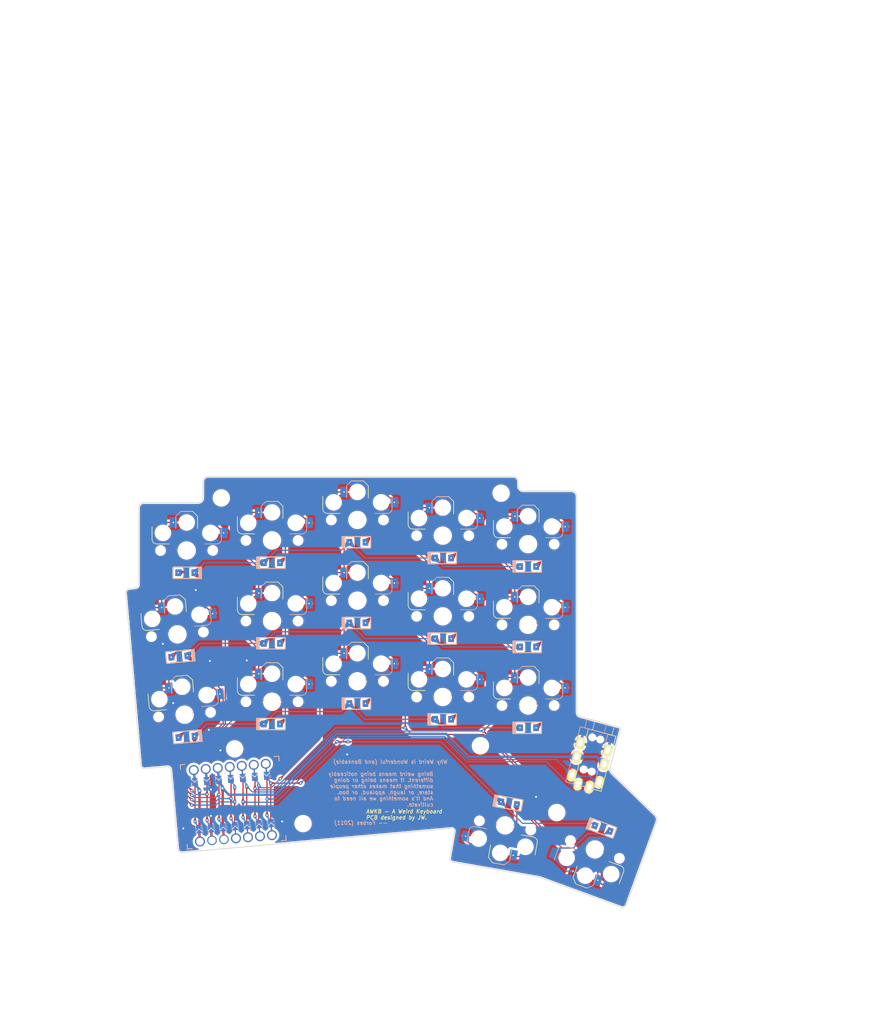
<source format=kicad_pcb>
(kicad_pcb (version 20221018) (generator pcbnew)
  (layers (0 "F.Cu" signal) (31 "B.Cu" signal) (34 "B.Paste" user) (35 "F.Paste" user) (36 "B.SilkS" user "B.Silkscreen") (37 "F.SilkS" user "F.Silkscreen") (38 "B.Mask" user) (39 "F.Mask" user) (44 "Edge.Cuts" user))
  (net 0 "")
  (net 1 "row0")
  (net 2 "row1")
  (net 3 "row2")
  (net 4 "row3")
  (net 5 "Net-(D1-A)")
  (net 6 "Net-(D2-A)")
  (net 7 "Net-(D3-A)")
  (net 8 "Net-(D4-A)")
  (net 9 "Net-(D5-A)")
  (net 10 "Net-(D6-A)")
  (net 11 "GND")
  (net 12 "col0")
  (net 13 "col1")
  (net 14 "col2")
  (net 15 "col3")
  (net 16 "Net-(D7-A)")
  (net 17 "Net-(D8-A)")
  (net 18 "Net-(D9-A)")
  (net 19 "Net-(D10-A)")
  (net 20 "Net-(D11-A)")
  (net 21 "Net-(D12-A)")
  (net 22 "Net-(D13-A)")
  (net 23 "Net-(D14-A)")
  (net 24 "Net-(D15-A)")
  (net 25 "Net-(D16-A)")
  (net 26 "Net-(D17-A)")
  (net 27 "TX")
  (net 28 "RAW")
  (net 29 "col4")
  (net 30 "VCC")
  (net 31 "RX")
  (footprint "jw_custom_footprint:Kailh_Choc_PG1350_Hotswap_reversible" (layer "F.Cu") (at 130.113328 107.786994)
    (fp_text reference "SW12" hide)
    (fp_text value "SW12" hide)
  )
  (footprint "jw_custom_footprint:Diode_SOD123_wo_THT" (layer "F.Cu") (at 166.19 111.488)
    (fp_text reference "D14")
    (fp_text value "D")
  )
  (footprint "jw_custom_footprint:Kailh_Choc_PG1350_Hotswap_reversible" (layer "F.Cu") (at 130.113328 90.787394)
    (fp_text reference "SW7" hide)
    (fp_text value "SW7" hide)
  )
  (footprint "MountingHole:MountingHole_3.2mm_M3" (layer "F.Cu") (at 178.4218 63.833186)
    (fp_text reference "TH1" hide)
    (fp_text value "HOLE")
  )
  (footprint "jw_custom_footprint:Diode_SOD123_wo_THT" (layer "F.Cu") (at 166.19 94.4876)
    (fp_text reference "D9")
    (fp_text value "D")
  )
  (footprint "jw_custom_footprint:Kailh_Choc_PG1350_Hotswap_reversible" (layer "F.Cu") (at 179.259917 133.849177 170)
    (fp_text reference "SW16" hide)
    (fp_text value "SW16" hide)
  )
  (footprint "jw_custom_footprint:Kailh_Choc_PG1350_Hotswap_reversible" (layer "F.Cu") (at 112.113128 75.911104)
    (fp_text reference "SW1" hide)
    (fp_text value "SW1" hide)
  )
  (footprint "jw_custom_footprint:Kailh_Choc_PG1350_Hotswap_reversible" (layer "F.Cu") (at 110.163412 93.585141 5)
    (fp_text reference "SW6" hide)
    (fp_text value "SW6" hide)
  )
  (footprint "jw_custom_footprint:Diode_SOD123_wo_THT" (layer "F.Cu") (at 130.09 112.4874)
    (fp_text reference "D12" hide)
    (fp_text value "D")
  )
  (footprint "jw_custom_footprint:Diode_SOD123_wo_THT" (layer "F.Cu") (at 166.19 77.48764)
    (fp_text reference "D4")
    (fp_text value "D")
  )
  (footprint "MountingHole:MountingHole_3.2mm_M3" (layer "F.Cu") (at 174.053 117.071586)
    (fp_text reference "TH4" hide)
    (fp_text value "HOLE")
  )
  (footprint "jw_custom_footprint:Diode_SOD123_wo_THT" (layer "F.Cu") (at 184.113 96.243586)
    (fp_text reference "D10")
    (fp_text value "D")
  )
  (footprint "jw_custom_footprint:Diode_SOD123_wo_THT" (layer "F.Cu") (at 148.113102 74.17744)
    (fp_text reference "D3")
    (fp_text value "D")
  )
  (footprint "jw_custom_footprint:Diode_SOD123_wo_THT" (layer "F.Cu") (at 184.113 113.287)
    (fp_text reference "D15")
    (fp_text value "D")
  )
  (footprint "MountingHole:MountingHole_3.2mm_M3" (layer "F.Cu") (at 136.6642 133.479986)
    (fp_text reference "TH3" hide)
    (fp_text value "HOLE")
  )
  (footprint "jw_custom_footprint:Kailh_Choc_PG1350_Hotswap_reversible" (layer "F.Cu") (at 198.196291 138.914075 160)
    (fp_text reference "SW17" hide)
    (fp_text value "SW17" hide)
  )
  (footprint "jw_custom_footprint:Xiao THT jumper pad_big_hole_flipped" (layer "F.Cu") (at 121.696502 129.05677 95)
    (fp_text reference "U1" hide)
    (fp_text value "SeeeduinoXIAO")
  )
  (footprint "jw_custom_footprint:Diode_SOD123_wo_THT" (layer "F.Cu") (at 184.113 79.2872)
    (fp_text reference "D5")
    (fp_text value "D")
  )
  (footprint "jw_custom_footprint:Kailh_Choc_PG1350_Hotswap_reversible" (layer "F.Cu") (at 148.112728 103.477194)
    (fp_text reference "SW13" hide)
    (fp_text value "SW13" hide)
  )
  (footprint "MountingHole:MountingHole_3.2mm_M3" (layer "F.Cu") (at 190.1566 131.143186)
    (fp_text reference "TH5" hide)
    (fp_text value "HOLE")
  )
  (footprint "jw_custom_footprint:Diode_SOD123_wo_THT" (layer "F.Cu") (at 199.784612 134.470992 -20)
    (fp_text reference "D17")
    (fp_text value "D")
  )
  (footprint "jw_custom_footprint:Kailh_Choc_PG1350_Hotswap_reversible" (layer "F.Cu") (at 166.112928 72.787234)
    (fp_text reference "SW4" hide)
    (fp_text value "SW4" hide)
  )
  (footprint "jw_custom_footprint:Kailh_Choc_PG1350_Hotswap_reversible" (layer "F.Cu") (at 130.113328 73.787794)
    (fp_text reference "SW2" hide)
    (fp_text value "SW2" hide)
  )
  (footprint "jw_custom_footprint:Kailh_Choc_PG1350_Hotswap_reversible" (layer "F.Cu") (at 184.112626 74.586794)
    (fp_text reference "SW5" hide)
    (fp_text value "SW5" hide)
  )
  (footprint "jw_custom_footprint:Diode_SOD123_wo_THT" (layer "F.Cu") (at 180.061414 129.170876 -10)
    (fp_text reference "D16")
    (fp_text value "D")
  )
  (footprint "jw_custom_footprint:Diode_SOD123_wo_THT" (layer "F.Cu") (at 112.085269 115.194351 -175)
    (fp_text reference "D11")
    (fp_text value "D" hide)
  )
  (footprint "jw_custom_footprint:Diode_SOD123_wo_THT" (layer "F.Cu") (at 130.09 95.4878)
    (fp_text reference "D7")
    (fp_text value "D")
  )
  (footprint "jw_custom_footprint:Diode_SOD123_wo_THT" (layer "F.Cu") (at 110.573469 98.252551 -175)
    (fp_text reference "D6")
    (fp_text value "D")
  )
  (footprint "jw_custom_footprint:Diode_SOD123_wo_THT" (layer "F.Cu") (at 130.09 78.4882)
    (fp_text reference "D2")
    (fp_text value "D")
  )
  (footprint "jw_custom_footprint:Kailh_Choc_PG1350_Hotswap_reversible" (layer "F.Cu") (at 166.112928 106.787594)
    (fp_text reference "SW14" hide)
    (fp_text value "SW14" hide)
  )
  (footprint "jw_custom_footprint:Diode_SOD123_wo_THT" (layer "F.Cu") (at 148.113102 108.1776)
    (fp_text reference "D13")
    (fp_text value "D")
  )
  (footprint "jw_custom_footprint:Diode_SOD123_wo_THT" (layer "F.Cu") (at 112.04 80.61151 180)
    (fp_text reference "D1")
    (fp_text value "D" hide)
  )
  (footprint "MountingHole:MountingHole_3.2mm_M3" (layer "F.Cu") (at 122.237 117.731986)
    (fp_text reference "TH6" hide)
    (fp_text value "HOLE" hide)
  )
  (footprint "jw_custom_footprint:MJ-4PP-9" (layer "F.Cu") (at 199.728199 114.297631 -15)
    (fp_text reference "J1" hide)
    (fp_text value "4PIN" hide)
  )
  (footprint "jw_custom_footprint:Kailh_Choc_PG1350_Hotswap_reversible" (layer "F.Cu") (at 184.112626 108.586594)
    (fp_text reference "SW15" hide)
    (fp_text value "SW15" hide)
  )
  (footprint "jw_custom_footprint:Kailh_Choc_PG1350_Hotswap_reversible" (layer "F.Cu") (at 166.112928 89.787194)
    (fp_text reference "SW9" hide)
    (fp_text value "SW9" hide)
  )
  (footprint "jw_custom_footprint:Diode_SOD123_wo_THT" (layer "F.Cu") (at 148.113102 91.1774)
    (fp_text reference "D8")
    (fp_text value "D")
  )
  (footprint "jw_custom_footprint:Kailh_Choc_PG1350_Hotswap_reversible" (layer "F.Cu") (at 184.112626 91.586594)
    (fp_text reference "SW10" hide)
    (fp_text value "SW10" hide)
  )
  (footprint "jw_custom_image:square_1" (layer "F.Cu") (at 144.102873 128.863277 40)
    (fp_text reference "G***" hide)
    (fp_text value "LOGO" hide)
  )
  (footprint "jw_custom_footprint:Kailh_Choc_PG1350_Hotswap_reversible" (layer "F.Cu") (at 148.112728 69.477034)
    (fp_text reference "SW3" hide)
    (fp_text value "SW3" hide)
  )
  (footprint "MountingHole:MountingHole_3.2mm_M3" (layer "F.Cu") (at 119.4176 64.8396)
    (fp_text reference "TH2" hide)
    (fp_text value "HOLE")
  )
  (footprint "jw_custom_footprint:Kailh_Choc_PG1350_Hotswap_reversible" (layer "F.Cu") (at 148.112728 86.476994)
    (fp_text reference "SW8" hide)
    (fp_text value "SW8" hide)
  )
  (footprint "jw_custom_footprint:Kailh_Choc_PG1350_Hotswap_reversible" (layer "F.Cu") (at 111.677158 110.51284 5)
    (fp_text reference "SW11" hide)
    (fp_text value "SW11" hide)
  )
  (gr_line (start 115.573781 61.449586) (end 115.573781 64.747586) (stroke (width 0.15)) (layer "Edge.Cuts"))
  (gr_line (start 168.603729 135.15435) (end 167.6522 140.642786) (stroke (width 0.15)) (layer "Edge.Cuts"))
  (gr_line (start 201.463327 121.440386) (end 203.5424 113.667986) (stroke (width 0.15)) (layer "Edge.Cuts"))
  (gr_arc (start 167.957 134.445186) (mid 168.448853 134.646114) (end 168.603729 135.15435) (stroke (width 0.15)) (layer "Edge.Cuts"))
  (gr_line (start 99.288321 84.855419) (end 102.441568 121.121781) (stroke (width 0.15)) (layer "Edge.Cuts"))
  (gr_arc (start 115.573781 64.747586) (mid 115.264314 65.548044) (end 114.469085 65.87071) (stroke (width 0.15)) (layer "Edge.Cuts"))
  (gr_line (start 203.7202 151.056786) (end 186.499 144.757586) (stroke (width 0.15)) (layer "Edge.Cuts"))
  (gr_arc (start 193.253473 63.38151) (mid 194.053792 63.700933) (end 194.373378 64.501187) (stroke (width 0.15)) (layer "Edge.Cuts"))
  (gr_line (start 186.499 144.757586) (end 168.211 141.557186) (stroke (width 0.15)) (layer "Edge.Cuts"))
  (gr_line (start 201.8914 122.964386) (end 210.8322 131.600386) (stroke (width 0.15)) (layer "Edge.Cuts"))
  (gr_arc (start 183.1462 63.38151) (mid 182.350975 63.058848) (end 182.041504 62.258386) (stroke (width 0.15)) (layer "Edge.Cuts"))
  (gr_line (start 182.041504 62.258386) (end 182.041504 61.411128) (stroke (width 0.15)) (layer "Edge.Cuts"))
  (gr_arc (start 201.8914 122.964386) (mid 201.436226 122.270118) (end 201.463327 121.440386) (stroke (width 0.15)) (layer "Edge.Cuts"))
  (gr_line (start 101.409 83.817658) (end 99.9358 84.008387) (stroke (width 0.15)) (layer "Edge.Cuts"))
  (gr_line (start 108.8343 122.177772) (end 110.290456 138.811463) (stroke (width 0.15)) (layer "Edge.Cuts"))
  (gr_arc (start 103.2886 121.846786) (mid 102.705159 121.671125) (end 102.441568 121.121781) (stroke (width 0.15)) (layer "Edge.Cuts"))
  (gr_arc (start 115.573781 61.449586) (mid 115.883342 60.649564) (end 116.678477 60.3276) (stroke (width 0.15)) (layer "Edge.Cuts"))
  (gr_line (start 116.678477 60.3276) (end 181.0126 60.3276) (stroke (width 0.15)) (layer "Edge.Cuts"))
  (gr_arc (start 107.964113 121.437999) (mid 108.563102 121.615085) (end 108.8343 122.177772) (stroke (width 0.15)) (layer "Edge.Cuts"))
  (gr_arc (start 181.0126 60.3276) (mid 181.755709 60.652234) (end 182.041504 61.411128) (stroke (width 0.15)) (layer "Edge.Cuts"))
  (gr_arc (start 203.263 113.159986) (mid 203.515804 113.351779) (end 203.5424 113.667986) (stroke (width 0.15)) (layer "Edge.Cuts"))
  (gr_line (start 103.2886 121.846786) (end 107.964113 121.437999) (stroke (width 0.15)) (layer "Edge.Cuts"))
  (gr_line (start 204.8378 150.548786) (end 211.1878 133.124386) (stroke (width 0.15)) (layer "Edge.Cuts"))
  (gr_line (start 203.263 113.159986) (end 195.135 110.975586) (stroke (width 0.15)) (layer "Edge.Cuts"))
  (gr_arc (start 102.034333 66.931986) (mid 102.32083 66.199992) (end 103.0346 65.87071) (stroke (width 0.15)) (layer "Edge.Cuts"))
  (gr_arc (start 204.8378 150.548786) (mid 204.394253 151.056342) (end 203.7202 151.056786) (stroke (width 0.15)) (layer "Edge.Cuts"))
  (gr_arc (start 111.130757 139.553851) (mid 110.55316 139.360882) (end 110.290456 138.811463) (stroke (width 0.15)) (layer "Edge.Cuts"))
  (gr_arc (start 99.288321 84.855419) (mid 99.439036 84.299642) (end 99.9358 84.008387) (stroke (width 0.15)) (layer "Edge.Cuts"))
  (gr_arc (start 195.135 110.975586) (mid 194.575819 110.601221) (end 194.373 109.959586) (stroke (width 0.15)) (layer "Edge.Cuts"))
  (gr_line (start 102.034333 66.931986) (end 102.034333 83.004858) (stroke (width 0.15)) (layer "Edge.Cuts"))
  (gr_arc (start 210.8322 131.600386) (mid 211.249076 132.306602) (end 211.1878 133.124386) (stroke (width 0.15)) (layer "Edge.Cuts"))
  (gr_arc (start 168.211 141.557186) (mid 167.726099 141.225558) (end 167.6522 140.642786) (stroke (width 0.15)) (layer "Edge.Cuts"))
  (gr_arc (start 102.034333 83.004858) (mid 101.869227 83.524786) (end 101.409 83.817658) (stroke (width 0.15)) (layer "Edge.Cuts"))
  (gr_line (start 111.130757 139.553851) (end 167.957 134.445186) (stroke (width 0.15)) (layer "Edge.Cuts"))
  (gr_line (start 183.1462 63.38151) (end 193.253473 63.38151) (stroke (width 0.15)) (layer "Edge.Cuts"))
  (gr_line (start 194.373 64.501187) (end 194.373 109.959586) (stroke (width 0.15)) (layer "Edge.Cuts"))
  (gr_line (start 114.469085 65.87071) (end 103.0346 65.87071) (stroke (width 0.15)) (layer "Edge.Cuts"))
  (gr_text "Why Weird is Wonderful (and Bankable)\n\n	Being weird means being noticeably \n	different. It means being or doing \n	something that makes other people \n	stare, or laugh, applaud, or boo. \n	And it's something we all need to \n	cultivate.\n\n\n				-- Forbes (2011)" (at 167.2458 133.784786) (layer "B.SilkS") (effects (font (size 0.8 0.8) (thickness 0.15) bold italic) (justify left bottom mirror)))
  (gr_text "AWKB - A Weird Keyboard\nPCB designed by JW." (at 149.8722 131.549586) (layer "F.SilkS") (effects (font (size 0.8 0.8) (thickness 0.15) italic) (justify left)))
  (segment (start 116.409333 127.307786) (end 116.409333 125.074825) (width 0.25) (layer "F.Cu") (net 1))
  (segment (start 111.453 121.32639) (end 120.25 112.52939) (width 0.25) (layer "F.Cu") (net 1))
  (segment (start 113.204499 126.520386) (end 111.453 124.768887) (width 0.25) (layer "F.Cu") (net 1))
  (segment (start 116.409333 132.768786) (end 116.409333 127.307786) (width 0.25) (layer "F.Cu") (net 1))
  (segment (start 120.25 112.52939) (end 120.25 87.12151) (width 0.25) (layer "F.Cu") (net 1))
  (segment (start 120.25 87.12151) (end 113.74 80.61151) (width 0.25) (layer "F.Cu") (net 1))
  (segment (start 111.453 124.768887) (end 111.453 121.32639) (width 0.25) (layer "F.Cu") (net 1))
  (via (at 128.39 78.4882) (size 0.7) (drill 0.3) (layers "F.Cu" "B.Cu") (net 1))
  (via (at 113.74 80.61151) (size 0.7) (drill 0.3) (layers "F.Cu" "B.Cu") (net 1))
  (via (at 113.204499 126.520386) (size 0.7) (drill 0.3) (layers "F.Cu" "B.Cu") (net 1))
  (via (at 116.409333 127.307786) (size 0.7) (drill 0.3) (layers "F.Cu" "B.Cu") (net 1))
  (via (at 116.409333 132.768786) (size 0.7) (drill 0.3) (layers "F.Cu" "B.Cu") (net 1))
  (via (at 146.413102 74.17744) (size 0.7) (drill 0.3) (layers "F.Cu" "B.Cu") (net 1))
  (via (at 164.49 77.48764) (size 0.7) (drill 0.3) (layers "F.Cu" "B.Cu") (net 1))
  (via (at 182.413 79.2872) (size 0.7) (drill 0.3) (layers "F.Cu" "B.Cu") (net 1))
  (segment (start 113.991899 127.307786) (end 116.409333 127.307786) (width 0.25) (layer "B.Cu") (net 1))
  (segment (start 144.727748 75.862794) (end 131.015406 75.862794) (width 0.25) (layer "B.Cu") (net 1))
  (segment (start 164.49 77.48764) (end 149.723302 77.48764) (width 0.25) (layer "B.Cu") (net 1))
  (segment (start 149.723302 77.48764) (end 146.413102 74.17744) (width 0.25) (layer "B.Cu") (net 1))
  (segment (start 128.39 78.4882) (end 115.86331 78.4882) (width 0.25) (layer "B.Cu") (net 1))
  (segment (start 116.409333 132.768786) (end 116.409333 133.124546) (width 0.25) (layer "B.Cu") (net 1))
  (segment (start 116.409333 133.124546) (end 117.181115 133.896328) (width 0.25) (layer "B.Cu") (net 1))
  (segment (start 113.204499 126.520386) (end 113.991899 127.307786) (width 0.25) (layer "B.Cu") (net 1))
  (segment (start 166.28956 79.2872) (end 164.49 77.48764) (width 0.25) (layer "B.Cu") (net 1))
  (segment (start 146.413102 74.17744) (end 144.727748 75.862794) (width 0.25) (layer "B.Cu") (net 1))
  (segment (start 131.015406 75.862794) (end 128.39 78.4882) (width 0.25) (layer "B.Cu") (net 1))
  (segment (start 115.86331 78.4882) (end 113.74 80.61151) (width 0.25) (layer "B.Cu") (net 1))
  (segment (start 182.413 79.2872) (end 166.28956 79.2872) (width 0.25) (layer "B.Cu") (net 1))
  (segment (start 118.939668 132.487067) (end 118.939668 124.853449) (width 0.25) (layer "F.Cu") (net 2))
  (segment (start 118.911949 132.514786) (end 118.939668 132.487067) (width 0.25) (layer "F.Cu") (net 2))
  (segment (start 119.8 105.637386) (end 112.267 98.104386) (width 0.25) (layer "F.Cu") (net 2))
  (segment (start 111.003 125.298882) (end 111.003 121.139994) (width 0.25) (layer "F.Cu") (net 2))
  (segment (start 113.204499 127.500381) (end 111.003 125.298882) (width 0.25) (layer "F.Cu") (net 2))
  (segment (start 111.003 121.139994) (end 119.8 112.342994) (width 0.25) (layer "F.Cu") (net 2))
  (segment (start 119.8 112.342994) (end 119.8 105.637386) (width 0.25) (layer "F.Cu") (net 2))
  (via (at 118.911949 127.333186) (size 0.7) (drill 0.3) (layers "F.Cu" "B.Cu") (net 2))
  (via (at 146.413102 91.1774) (size 0.7) (drill 0.3) (layers "F.Cu" "B.Cu") (net 2))
  (via (at 118.911949 132.514786) (size 0.7) (drill 0.3) (layers "F.Cu" "B.Cu") (net 2))
  (via (at 112.267 98.104386) (size 0.7) (drill 0.3) (layers "F.Cu" "B.Cu") (net 2))
  (via (at 113.204499 127.500381) (size 0.7) (drill 0.3) (layers "F.Cu" "B.Cu") (net 2))
  (via (at 128.39 95.4878) (size 0.7) (drill 0.3) (layers "F.Cu" "B.Cu") (net 2))
  (via (at 164.49 94.4876) (size 0.7) (drill 0.3) (layers "F.Cu" "B.Cu") (net 2))
  (via (at 182.413 96.243586) (size 0.7) (drill 0.3) (layers "F.Cu" "B.Cu") (net 2))
  (segment (start 118.911949 127.333186) (end 118.262349 127.982786) (width 0.25) (layer "B.Cu") (net 2))
  (segment (start 114.883586 95.4878) (end 128.39 95.4878) (width 0.25) (layer "B.Cu") (net 2))
  (segment (start 112.267 98.104386) (end 114.883586 95.4878) (width 0.25) (layer "B.Cu") (net 2))
  (segment (start 118.911949 132.875452) (end 119.711449 133.674952) (width 0.25) (layer "B.Cu") (net 2))
  (segment (start 149.723302 94.4876) (end 164.49 94.4876) (width 0.25) (layer "B.Cu") (net 2))
  (segment (start 166.245986 96.243586) (end 182.413 96.243586) (width 0.25) (layer "B.Cu") (net 2))
  (segment (start 164.49 94.4876) (end 166.245986 96.243586) (width 0.25) (layer "B.Cu") (net 2))
  (segment (start 128.39 95.4878) (end 130.834614 93.043186) (width 0.25) (layer "B.Cu") (net 2))
  (segment (start 144.547316 93.043186) (end 146.413102 91.1774) (width 0.25) (layer "B.Cu") (net 2))
  (segment (start 118.262349 127.982786) (end 113.686904 127.982786) (width 0.25) (layer "B.Cu") (net 2))
  (segment (start 118.911949 132.514786) (end 118.911949 132.875452) (width 0.25) (layer "B.Cu") (net 2))
  (segment (start 146.413102 91.1774) (end 149.723302 94.4876) (width 0.25) (layer "B.Cu") (net 2))
  (segment (start 113.686904 127.982786) (end 113.204499 127.500381) (width 0.25) (layer "B.Cu") (net 2))
  (segment (start 130.834614 93.043186) (end 144.547316 93.043186) (width 0.25) (layer "B.Cu") (net 2))
  (segment (start 113.7788 117.727798) (end 113.7788 115.046186) (width 0.25) (layer "F.Cu") (net 3))
  (segment (start 110.553 120.953598) (end 113.7788 117.727798) (width 0.25) (layer "F.Cu") (net 3))
  (segment (start 121.470002 128.185286) (end 121.470002 124.632073) (width 0.25) (layer "F.Cu") (net 3))
  (segment (start 113.175481 128.425251) (end 110.553 125.80277) (width 0.25) (layer "F.Cu") (net 3))
  (segment (start 121.470002 132.341984) (end 121.470002 128.185286) (width 0.25) (layer "F.Cu") (net 3))
  (segment (start 110.553 125.80277) (end 110.553 120.953598) (width 0.25) (layer "F.Cu") (net 3))
  (via (at 121.470002 132.341984) (size 0.7) (drill 0.3) (layers "F.Cu" "B.Cu") (net 3))
  (via (at 121.470002 128.185286) (size 0.7) (drill 0.3) (layers "F.Cu" "B.Cu") (net 3))
  (via (at 128.39 112.4874) (size 0.7) (drill 0.3) (layers "F.Cu" "B.Cu") (net 3))
  (via (at 113.7788 115.046186) (size 0.7) (drill 0.3) (layers "F.Cu" "B.Cu") (net 3))
  (via (at 146.413102 108.1776) (size 0.7) (drill 0.3) (layers "F.Cu" "B.Cu") (net 3))
  (via (at 182.413 113.287) (size 0.7) (drill 0.3) (layers "F.Cu" "B.Cu") (net 3))
  (via (at 113.175481 128.425251) (size 0.7) (drill 0.3) (layers "F.Cu" "B.Cu") (net 3))
  (via (at 164.49 111.488) (size 0.7) (drill 0.3) (layers "F.Cu" "B.Cu") (net 3))
  (segment (start 164.49 111.488) (end 149.723502 111.488) (width 0.25) (layer "B.Cu") (net 3))
  (segment (start 144.728708 109.861994) (end 131.015406 109.861994) (width 0.25) (layer "B.Cu") (net 3))
  (segment (start 116.337586 112.4874) (end 113.7788 115.046186) (width 0.25) (layer "B.Cu") (net 3))
  (segment (start 121.470002 132.681795) (end 122.241784 133.453577) (width 0.25) (layer "B.Cu") (net 3))
  (segment (start 146.413102 108.1776) (end 144.728708 109.861994) (width 0.25) (layer "B.Cu") (net 3))
  (segment (start 182.413 113.287) (end 166.289 113.287) (width 0.25) (layer "B.Cu") (net 3))
  (segment (start 149.723502 111.488) (end 146.413102 108.1776) (width 0.25) (layer "B.Cu") (net 3))
  (segment (start 121.470002 128.185286) (end 118.8957 128.185286) (width 0.25) (layer "B.Cu") (net 3))
  (segment (start 121.470002 132.341984) (end 121.470002 132.681795) (width 0.25) (layer "B.Cu") (net 3))
  (segment (start 131.015406 109.861994) (end 128.39 112.4874) (width 0.25) (layer "B.Cu") (net 3))
  (segment (start 166.289 113.287) (end 164.49 111.488) (width 0.25) (layer "B.Cu") (net 3))
  (segment (start 128.39 112.4874) (end 116.337586 112.4874) (width 0.25) (layer "B.Cu") (net 3))
  (segment (start 113.592519 128.842289) (end 113.175481 128.425251) (width 0.25) (layer "B.Cu") (net 3))
  (segment (start 118.8957 128.185286) (end 118.238697 128.842289) (width 0.25) (layer "B.Cu") (net 3))
  (segment (start 118.238697 128.842289) (end 113.592519 128.842289) (width 0.25) (layer "B.Cu") (net 3))
  (segment (start 143.823112 116.204098) (end 143.855014 116.236) (width 0.25) (layer "F.Cu") (net 4))
  (segment (start 124.000337 128.857186) (end 124.000337 124.410698) (width 0.25) (layer "F.Cu") (net 4))
  (segment (start 143.855014 116.236) (end 146.131219 116.236) (width 0.25) (layer "F.Cu") (net 4))
  (segment (start 124.000337 132.159186) (end 124.000337 128.857186) (width 0.25) (layer "F.Cu") (net 4))
  (via (at 178.387241 128.875674) (size 0.7) (drill 0.3) (layers "F.Cu" "B.Cu") (net 4))
  (via (at 124.000337 128.857186) (size 0.7) (drill 0.3) (layers "F.Cu" "B.Cu") (net 4))
  (via (at 198.187135 133.889558) (size 0.7) (drill 0.3) (layers "F.Cu" "B.Cu") (net 4))
  (via (at 124.000337 132.159186) (size 0.7) (drill 0.3) (layers "F.Cu" "B.Cu") (net 4))
  (via (at 143.823112 116.204098) (size 0.7) (drill 0.3) (layers "F.Cu" "B.Cu") (net 4))
  (via (at 146.131219 116.236) (size 0.7) (drill 0.3) (layers "F.Cu" "B.Cu") (net 4))
  (segment (start 178.387241 128.875674) (end 165.747567 116.236) (width 0.25) (layer "B.Cu") (net 4))
  (segment (start 124.000337 132.159186) (end 124.000337 132.46042) (width 0.25) (layer "B.Cu") (net 4))
  (segment (start 165.747567 116.236) (end 146.131219 116.236) (width 0.25) (layer "B.Cu") (net 4))
  (segment (start 197.719012 133.421435) (end 198.187135 133.889558) (width 0.25) (layer "B.Cu") (net 4))
  (segment (start 131.053824 128.973386) (end 124.116537 128.973386) (width 0.25) (layer "B.Cu") (net 4))
  (segment (start 124.116537 128.973386) (end 124.000337 128.857186) (width 0.25) (layer "B.Cu") (net 4))
  (segment (start 182.933002 133.421435) (end 178.387241 128.875674) (width 0.25) (layer "B.Cu") (net 4))
  (segment (start 124.000337 132.46042) (end 124.772118 133.232201) (width 0.25) (layer "B.Cu") (net 4))
  (segment (start 182.933002 133.421435) (end 197.719012 133.421435) (width 0.25) (layer "B.Cu") (net 4))
  (segment (start 143.823112 116.204098) (end 131.053824 128.973386) (width 0.25) (layer "B.Cu") (net 4))
  (segment (start 114.913128 76.897458) (end 111.199076 80.61151) (width 0.25) (layer "F.Cu") (net 5))
  (segment (start 114.913128 70.011104) (end 114.913128 76.897458) (width 0.25) (layer "F.Cu") (net 5))
  (segment (start 117.713128 70.011104) (end 119.913128 72.211104) (width 0.25) (layer "F.Cu") (net 5))
  (segment (start 114.913128 70.011104) (end 117.713128 70.011104) (width 0.25) (layer "F.Cu") (net 5))
  (segment (start 111.199076 80.61151) (end 110.34 80.61151) (width 0.25) (layer "F.Cu") (net 5))
  (via (at 119.913128 72.211104) (size 0.7) (drill 0.3) (layers "F.Cu" "B.Cu") (net 5))
  (via (at 110.34 80.61151) (size 0.7) (drill 0.3) (layers "F.Cu" "B.Cu") (net 5))
  (segment (start 132.913328 67.887794) (end 132.913328 77.364872) (width 0.25) (layer "F.Cu") (net 6))
  (segment (start 132.913328 67.887794) (end 135.713328 67.887794) (width 0.25) (layer "F.Cu") (net 6))
  (segment (start 135.713328 67.887794) (end 137.913328 70.087794) (width 0.25) (layer "F.Cu") (net 6))
  (segment (start 132.913328 77.364872) (end 131.79 78.4882) (width 0.25) (layer "F.Cu") (net 6))
  (via (at 131.79 78.4882) (size 0.7) (drill 0.3) (layers "F.Cu" "B.Cu") (net 6))
  (via (at 137.913328 70.087794) (size 0.7) (drill 0.3) (layers "F.Cu" "B.Cu") (net 6))
  (segment (start 150.912728 73.077814) (end 149.813102 74.17744) (width 0.25) (layer "F.Cu") (net 7))
  (segment (start 153.712728 63.577034) (end 155.912728 65.777034) (width 0.25) (layer "F.Cu") (net 7))
  (segment (start 150.912728 63.577034) (end 150.912728 73.077814) (width 0.25) (layer "F.Cu") (net 7))
  (segment (start 150.912728 63.577034) (end 153.712728 63.577034) (width 0.25) (layer "F.Cu") (net 7))
  (via (at 155.912728 65.777034) (size 0.7) (drill 0.3) (layers "F.Cu" "B.Cu") (net 7))
  (via (at 149.813102 74.17744) (size 0.7) (drill 0.3) (layers "F.Cu" "B.Cu") (net 7))
  (segment (start 168.912928 66.887234) (end 168.912928 76.464712) (width 0.25) (layer "F.Cu") (net 8))
  (segment (start 171.712928 66.887234) (end 173.912928 69.087234) (width 0.25) (layer "F.Cu") (net 8))
  (segment (start 168.912928 66.887234) (end 171.712928 66.887234) (width 0.25) (layer "F.Cu") (net 8))
  (segment (start 168.912928 76.464712) (end 167.89 77.48764) (width 0.25) (layer "F.Cu") (net 8))
  (via (at 173.912928 69.087234) (size 0.7) (drill 0.3) (layers "F.Cu" "B.Cu") (net 8))
  (via (at 167.89 77.48764) (size 0.7) (drill 0.3) (layers "F.Cu" "B.Cu") (net 8))
  (segment (start 189.712626 68.686794) (end 191.912626 70.886794) (width 0.25) (layer "F.Cu") (net 9))
  (segment (start 186.912626 78.187574) (end 185.813 79.2872) (width 0.25) (layer "F.Cu") (net 9))
  (segment (start 186.912626 68.686794) (end 189.712626 68.686794) (width 0.25) (layer "F.Cu") (net 9))
  (segment (start 186.912626 68.686794) (end 186.912626 78.187574) (width 0.25) (layer "F.Cu") (net 9))
  (via (at 185.813 79.2872) (size 0.7) (drill 0.3) (layers "F.Cu" "B.Cu") (net 9))
  (via (at 191.912626 70.886794) (size 0.7) (drill 0.3) (layers "F.Cu" "B.Cu") (net 9))
  (segment (start 112.438538 87.463556) (end 112.438538 94.842116) (width 0.25) (layer "F.Cu") (net 10))
  (segment (start 115.855404 87.463556) (end 117.611254 89.219406) (width 0.25) (layer "F.Cu") (net 10))
  (segment (start 112.438538 87.463556) (end 115.855404 87.463556) (width 0.25) (layer "F.Cu") (net 10))
  (segment (start 112.438538 94.842116) (end 108.879938 98.400716) (width 0.25) (layer "F.Cu") (net 10))
  (via (at 117.611254 89.219406) (size 0.7) (drill 0.3) (layers "F.Cu" "B.Cu") (net 10))
  (via (at 108.879938 98.400716) (size 0.7) (drill 0.3) (layers "F.Cu" "B.Cu") (net 10))
  (segment (start 117.181115 133.896328) (end 117.2332 133.844243) (width 0.5) (layer "F.Cu") (net 11))
  (segment (start 117.2332 133.844243) (end 117.2332 126.291786) (width 0.5) (layer "F.Cu") (net 11))
  (via (at 119.2398 118.036786) (size 0.8) (drill 0.4) (layers "F.Cu" "B.Cu") (net 11))
  (via (at 117.2332 131.854386) (size 0.8) (drill 0.4) (layers "F.Cu" "B.Cu") (net 11))
  (via (at 185.7878 127.841186) (size 0.8) (drill 0.4) (layers "F.Cu" "B.Cu") (net 11))
  (via (at 111.4166 134.495986) (size 0.8) (drill 0.4) (layers "F.Cu" "B.Cu") (net 11))
  (via (at 114.0074 84.254786) (size 0.8) (drill 0.4) (layers "F.Cu" "B.Cu") (net 11))
  (via (at 117.2332 126.291786) (size 0.8) (drill 0.4) (layers "F.Cu" "B.Cu") (net 11))
  (via (at 132.2446 133.022786) (size 0.8) (drill 0.4) (layers "F.Cu" "B.Cu") (net 11))
  (via (at 124.777 99.088386) (size 0.8) (drill 0.4) (layers "F.Cu" "B.Cu") (net 11))
  (via (at 145.9606 118.900386) (size 0.8) (drill 0.4) (layers "F.Cu" "B.Cu") (net 11))
  (via (at 117.0046 99.189986) (size 0.8) (drill 0.4) (layers "F.Cu" "B.Cu") (net 11))
  (via (at 109.283 108.079986) (size 0.8) (drill 0.4) (layers "F.Cu" "B.Cu") (net 11))
  (via (at 116.8014 113.718786) (size 0.8) (drill 0.4) (layers "F.Cu" "B.Cu") (net 11))
  (via (at 107.0986 95.583186) (size 0.8) (drill 0.4) (layers "F.Cu" "B.Cu") (net 11))
  (segment (start 117.2332 125.898692) (end 116.409333 125.074825) (width 0.5) (layer "B.Cu") (net 11))
  (segment (start 117.2332 126.291786) (end 117.2332 125.898692) (width 0.5) (layer "B.Cu") (net 11))
  (segment (start 101.970998 89.483549) (end 103.502919 87.951628) (width 0.25) (layer "F.Cu") (net 12))
  (segment (start 110.103 126.476786) (end 113.1946 129.568386) (width 0.25) (layer "F.Cu") (net 12))
  (segment (start 101.970998 93.757584) (end 108.373594 100.16018) (width 0.25) (layer "F.Cu") (net 12))
  (segment (start 105.016665 104.879327) (end 108.373594 104.879327) (width 0.25) (layer "F.Cu") (net 12))
  (segment (start 122.241784 128.857186) (end 122.241784 133.453577) (width 0.25) (layer "F.Cu") (net 12))
  (segment (start 101.970998 90.587751) (end 101.970998 89.483549) (width 0.25) (layer "F.Cu") (net 12))
  (segment (start 110.103 117.789986) (end 110.103 126.476786) (width 0.25) (layer "F.Cu") (net 12))
  (segment (start 103.484744 107.51545) (end 103.484744 111.17173) (width 0.25) (layer "F.Cu") (net 12))
  (segment (start 104.213128 76.086114) (end 106.859848 78.732834) (width 0.25) (layer "F.Cu") (net 12))
  (segment (start 101.970998 90.587751) (end 101.970998 93.757584) (width 0.25) (layer "F.Cu") (net 12))
  (segment (start 103.484744 106.411248) (end 105.016665 104.879327) (width 0.25) (layer "F.Cu") (net 12))
  (segment (start 106.859848 78.732834) (end 106.859848 87.951628) (width 0.25) (layer "F.Cu") (net 12))
  (segment (start 108.373594 100.16018) (end 108.373594 104.879327) (width 0.25) (layer "F.Cu") (net 12))
  (segment (start 104.213128 72.211104) (end 104.213128 76.086114) (width 0.25) (layer "F.Cu") (net 12))
  (segment (start 104.213128 72.211104) (end 106.413128 70.011104) (width 0.25) (layer "F.Cu") (net 12))
  (segment (start 103.502919 87.951628) (end 106.859848 87.951628) (width 0.25) (layer "F.Cu") (net 12))
  (segment (start 103.484744 111.17173) (end 110.103 117.789986) (width 0.25) (layer "F.Cu") (net 12))
  (segment (start 122.241784 125.83937) (end 122.241784 128.857186) (width 0.25) (layer "F.Cu") (net 12))
  (segment (start 106.413128 70.011104) (end 109.313128 70.011104) (width 0.25) (layer "F.Cu") (net 12))
  (segment (start 103.484744 107.51545) (end 103.484744 106.411248) (width 0.25) (layer "F.Cu") (net 12))
  (via (at 108.373594 104.879327) (size 0.7) (drill 0.3) (layers "F.Cu" "B.Cu") (net 12))
  (via (at 113.1946 129.568386) (size 0.7) (drill 0.3) (layers "F.Cu" "B.Cu") (net 12))
  (via (at 122.241784 128.857186) (size 0.7) (drill 0.3) (layers "F.Cu" "B.Cu") (net 12))
  (via (at 122.241784 125.83937) (size 0.7) (drill 0.3) (layers "F.Cu" "B.Cu") (net 12))
  (via (at 106.859848 87.951628) (size 0.7) (drill 0.3) (layers "F.Cu" "B.Cu") (net 12))
  (via (at 109.313128 70.011104) (size 0.7) (drill 0.3) (layers "F.Cu" "B.Cu") (net 12))
  (segment (start 118.935 128.907986) (end 122.190984 128.907986) (width 0.25) (layer "B.Cu") (net 12))
  (segment (start 122.190984 128.907986) (end 122.241784 128.857186) (width 0.25) (layer "B.Cu") (net 12))
  (segment (start 118.2746 129.568386) (end 118.935 128.907986) (width 0.25) (layer "B.Cu") (net 12))
  (segment (start 113.1946 129.568386) (end 118.2746 129.568386) (width 0.25) (layer "B.Cu") (net 12))
  (segment (start 122.241784 125.83937) (end 122.241784 125.403855) (width 0.25) (layer "B.Cu") (net 12))
  (segment (start 122.241784 125.403855) (end 121.470002 124.632073) (width 0.25) (layer "B.Cu") (net 12))
  (segment (start 122.213328 70.087794) (end 124.413328 67.887794) (width 0.25) (layer "F.Cu") (net 13))
  (segment (start 122.213328 111.202458) (end 111.903 121.512786) (width 0.25) (layer "F.Cu") (net 13))
  (segment (start 127.313328 96.747914) (end 127.313328 101.886994) (width 0.25) (layer "F.Cu") (net 13))
  (segment (start 124.413328 101.886994) (end 127.313328 101.886994) (width 0.25) (layer "F.Cu") (net 13))
  (segment (start 124.413328 67.887794) (end 127.313328 67.887794) (width 0.25) (layer "F.Cu") (net 13))
  (segment (start 111.903 121.512786) (end 111.903 123.320201) (width 0.25) (layer "F.Cu") (net 13))
  (segment (start 122.213328 91.647914) (end 127.313328 96.747914) (width 0.25) (layer "F.Cu") (net 13))
  (segment (start 127.313328 79.577514) (end 127.313328 84.887394) (width 0.25) (layer "F.Cu") (net 13))
  (segment (start 122.213328 87.087394) (end 124.413328 84.887394) (width 0.25) (layer "F.Cu") (net 13))
  (segment (start 113.878999 133.022786) (end 113.878999 125.2962) (width 0.25) (layer "F.Cu") (net 13))
  (segment (start 122.213328 104.086994) (end 124.413328 101.886994) (width 0.25) (layer "F.Cu") (net 13))
  (segment (start 122.213328 87.087394) (end 122.213328 91.647914) (width 0.25) (layer "F.Cu") (net 13))
  (segment (start 124.413328 84.887394) (end 127.313328 84.887394) (width 0.25) (layer "F.Cu") (net 13))
  (segment (start 122.213328 111.202458) (end 122.213328 104.086994) (width 0.25) (layer "F.Cu") (net 13))
  (segment (start 111.903 123.320201) (end 113.878999 125.2962) (width 0.25) (layer "F.Cu") (net 13))
  (segment (start 122.213328 70.087794) (end 122.213328 74.477514) (width 0.25) (layer "F.Cu") (net 13))
  (segment (start 122.213328 74.477514) (end 127.313328 79.577514) (width 0.25) (layer "F.Cu") (net 13))
  (via (at 127.313328 67.887794) (size 0.7) (drill 0.3) (layers "F.Cu" "B.Cu") (net 13))
  (via (at 127.313328 101.886994) (size 0.7) (drill 0.3) (layers "F.Cu" "B.Cu") (net 13))
  (via (at 127.313328 84.887394) (size 0.7) (drill 0.3) (layers "F.Cu" "B.Cu") (net 13))
  (via (at 113.878999 133.022786) (size 0.7) (drill 0.3) (layers "F.Cu" "B.Cu") (net 13))
  (segment (start 113.878999 133.022786) (end 113.878999 133.345922) (width 0.25) (layer "B.Cu") (net 13))
  (segment (start 113.878999 133.345922) (end 114.65078 134.117703) (width 0.25) (layer "B.Cu") (net 13))
  (segment (start 140.212728 99.777194) (end 142.412728 97.577194) (width 0.25) (layer "F.Cu") (net 14))
  (segment (start 142.412728 80.576994) (end 145.312728 80.576994) (width 0.25) (layer "F.Cu") (net 14))
  (segment (start 142.412728 97.577194) (end 145.312728 97.577194) (width 0.25) (layer "F.Cu") (net 14))
  (segment (start 140.212728 65.777034) (end 142.412728 63.577034) (width 0.25) (layer "F.Cu") (net 14))
  (segment (start 145.312728 75.478914) (end 145.312728 80.576994) (width 0.25) (layer "F.Cu") (net 14))
  (segment (start 140.212728 82.776994) (end 142.412728 80.576994) (width 0.25) (layer "F.Cu") (net 14))
  (segment (start 140.212728 115.643965) (end 140.212728 99.777194) (width 0.25) (layer "F.Cu") (net 14))
  (segment (start 140.212728 65.777034) (end 140.212728 70.378914) (width 0.25) (layer "F.Cu") (net 14))
  (segment (start 127.302453 125.439039) (end 127.302453 133.010826) (width 0.25) (layer "F.Cu") (net 14))
  (segment (start 140.212728 82.776994) (end 140.212728 87.244514) (width 0.25) (layer "F.Cu") (net 14))
  (segment (start 131.861623 123.99507) (end 140.212728 115.643965) (width 0.25) (layer "F.Cu") (net 14))
  (segment (start 142.412728 63.577034) (end 145.312728 63.577034) (width 0.25) (layer "F.Cu") (net 14))
  (segment (start 140.212728 87.244514) (end 145.312728 92.344514) (width 0.25) (layer "F.Cu") (net 14))
  (segment (start 145.312728 92.344514) (end 145.312728 97.577194) (width 0.25) (layer "F.Cu") (net 14))
  (segment (start 140.212728 70.378914) (end 145.312728 75.478914) (width 0.25) (layer "F.Cu") (net 14))
  (via (at 145.312728 63.577034) (size 0.7) (drill 0.3) (layers "F.Cu" "B.Cu") (net 14))
  (via (at 145.312728 80.576994) (size 0.7) (drill 0.3) (layers "F.Cu" "B.Cu") (net 14))
  (via (at 127.302453 125.439039) (size 0.7) (drill 0.3) (layers "F.Cu" "B.Cu") (net 14))
  (via (at 131.861623 123.99507) (size 0.7) (drill 0.3) (layers "F.Cu" "B.Cu") (net 14))
  (via (at 145.312728 97.577194) (size 0.7) (drill 0.3) (layers "F.Cu" "B.Cu") (net 14))
  (segment (start 131.861623 123.99507) (end 129.945907 125.910786) (width 0.25) (layer "B.Cu") (net 14))
  (segment (start 129.945907 125.910786) (end 127.7742 125.910786) (width 0.25) (layer "B.Cu") (net 14))
  (segment (start 127.302453 125.439039) (end 127.302453 124.961104) (width 0.25) (layer "B.Cu") (net 14))
  (segment (start 127.302453 124.961104) (end 126.530671 124.189322) (width 0.25) (layer "B.Cu") (net 14))
  (segment (start 127.7742 125.910786) (end 127.302453 125.439039) (width 0.25) (layer "B.Cu") (net 14))
  (segment (start 158.212928 86.087194) (end 158.212928 90.512714) (width 0.25) (layer "F.Cu") (net 15))
  (segment (start 159.600386 114.683986) (end 174.751504 114.683986) (width 0.25) (layer "F.Cu") (net 15))
  (segment (start 181.235882 140.388786) (end 180.992854 140.145758) (width 0.25) (layer "F.Cu") (net 15))
  (segment (start 183.0954 131.068382) (end 186.3974 134.370382) (width 0.25) (layer "F.Cu") (net 15))
  (segment (start 126.530671 126.063186) (end 126.530671 124.189322) (width 0.25) (layer "F.Cu") (net 15))
  (segment (start 174.751504 114.683986) (end 183.082704 123.015186) (width 0.25) (layer "F.Cu") (net 15))
  (segment (start 158.2034 113.287) (end 158.2034 103.097122) (width 0.25) (layer "F.Cu") (net 15))
  (segment (start 158.212928 90.512714) (end 163.312928 95.612714) (width 0.25) (layer "F.Cu") (net 15))
  (segment (start 163.312928 78.747114) (end 163.312928 83.887194) (width 0.25) (layer "F.Cu") (net 15))
  (segment (start 158.212928 73.647114) (end 163.312928 78.747114) (width 0.25) (layer "F.Cu") (net 15))
  (segment (start 160.412928 83.887194) (end 163.312928 83.887194) (width 0.25) (layer "F.Cu") (net 15))
  (segment (start 158.212928 69.087234) (end 158.212928 73.647114) (width 0.25) (layer "F.Cu") (net 15))
  (segment (start 158.212928 103.087594) (end 160.412928 100.887594) (width 0.25) (layer "F.Cu") (net 15))
  (segment (start 158.2034 113.287) (end 159.600386 114.683986) (width 0.25) (layer "F.Cu") (net 15))
  (segment (start 186.3974 134.370382) (end 186.3974 138.864786) (width 0.25) (layer "F.Cu") (net 15))
  (segment (start 126.5042 131.905186) (end 126.530671 131.878715) (width 0.25) (layer "F.Cu") (net 15))
  (segment (start 160.412928 100.887594) (end 163.312928 100.887594) (width 0.25) (layer "F.Cu") (net 15))
  (segment (start 126.530671 131.878715) (end 126.530671 126.063186) (width 0.25) (layer "F.Cu") (net 15))
  (segment (start 184.8734 140.388786) (end 181.235882 140.388786) (width 0.25) (layer "F.Cu") (net 15))
  (segment (start 183.082704 123.015186) (end 183.0954 123.015186) (width 0.25) (layer "F.Cu") (net 15))
  (segment (start 160.412928 66.887234) (end 163.312928 66.887234) (width 0.25) (layer "F.Cu") (net 15))
  (segment (start 186.3974 138.864786) (end 184.8734 140.388786) (width 0.25) (layer "F.Cu") (net 15))
  (segment (start 183.0954 123.015186) (end 183.0954 131.068382) (width 0.25) (layer "F.Cu") (net 15))
  (segment (start 158.212928 69.087234) (end 160.412928 66.887234) (width 0.25) (layer "F.Cu") (net 15))
  (segment (start 163.312928 95.612714) (end 163.312928 100.887594) (width 0.25) (layer "F.Cu") (net 15))
  (segment (start 158.212928 86.087194) (end 160.412928 83.887194) (width 0.25) (layer "F.Cu") (net 15))
  (via (at 163.312928 100.887594) (size 0.7) (drill 0.3) (layers "F.Cu" "B.Cu") (net 15))
  (via (at 126.5042 131.905186) (size 0.7) (drill 0.3) (layers "F.Cu" "B.Cu") (net 15))
  (via (at 163.312928 83.887194) (size 0.7) (drill 0.3) (layers "F.Cu" "B.Cu") (net 15))
  (via (at 158.2034 113.287) (size 0.7) (drill 0.3) (layers "F.Cu" "B.Cu") (net 15))
  (via (at 180.992854 140.145758) (size 0.7) (drill 0.3) (layers "F.Cu" "B.Cu") (net 15))
  (via (at 126.530671 126.063186) (size 0.7) (drill 0.3) (layers "F.Cu" "B.Cu") (net 15))
  (via (at 163.312928 66.887234) (size 0.7) (drill 0.3) (layers "F.Cu" "B.Cu") (net 15))
  (segment (start 126.828271 126.360786) (end 126.530671 126.063186) (width 0.25) (layer "B.Cu") (net 15))
  (segment (start 126.5042 132.212573) (end 127.302453 133.010826) (width 0.25) (layer "B.Cu") (net 15))
  (segment (start 130.449796 126.360786) (end 126.828271 126.360786) (width 0.25) (layer "B.Cu") (net 15))
  (segment (start 143.523582 113.287) (end 130.449796 126.360786) (width 0.25) (layer "B.Cu") (net 15))
  (segment (start 126.5042 131.905186) (end 126.5042 132.212573) (width 0.25) (layer "B.Cu") (net 15))
  (segment (start 158.2034 113.287) (end 143.523582 113.287) (width 0.25) (layer "B.Cu") (net 15))
  (segment (start 132.913328 84.887394) (end 132.913328 94.364472) (width 0.25) (layer "F.Cu") (net 16))
  (segment (start 135.713328 84.887394) (end 137.913328 87.087394) (width 0.25) (layer "F.Cu") (net 16))
  (segment (start 132.913328 84.887394) (end 135.713328 84.887394) (width 0.25) (layer "F.Cu") (net 16))
  (segment (start 132.913328 94.364472) (end 131.79 95.4878) (width 0.25) (layer "F.Cu") (net 16))
  (via (at 131.79 95.4878) (size 0.7) (drill 0.3) (layers "F.Cu" "B.Cu") (net 16))
  (via (at 137.913328 87.087394) (size 0.7) (drill 0.3) (layers "F.Cu" "B.Cu") (net 16))
  (segment (start 150.912728 90.077774) (end 149.813102 91.1774) (width 0.25) (layer "F.Cu") (net 17))
  (segment (start 150.912728 80.576994) (end 153.712728 80.576994) (width 0.25) (layer "F.Cu") (net 17))
  (segment (start 153.712728 80.576994) (end 155.912728 82.776994) (width 0.25) (layer "F.Cu") (net 17))
  (segment (start 150.912728 80.576994) (end 150.912728 90.077774) (width 0.25) (layer "F.Cu") (net 17))
  (via (at 149.813102 91.1774) (size 0.7) (drill 0.3) (layers "F.Cu" "B.Cu") (net 17))
  (via (at 155.912728 82.776994) (size 0.7) (drill 0.3) (layers "F.Cu" "B.Cu") (net 17))
  (segment (start 168.912928 83.887194) (end 171.712928 83.887194) (width 0.25) (layer "F.Cu") (net 18))
  (segment (start 168.912928 93.464672) (end 167.89 94.4876) (width 0.25) (layer "F.Cu") (net 18))
  (segment (start 171.712928 83.887194) (end 173.912928 86.087194) (width 0.25) (layer "F.Cu") (net 18))
  (segment (start 168.912928 83.887194) (end 168.912928 93.464672) (width 0.25) (layer "F.Cu") (net 18))
  (via (at 173.912928 86.087194) (size 0.7) (drill 0.3) (layers "F.Cu" "B.Cu") (net 18))
  (via (at 167.89 94.4876) (size 0.7) (drill 0.3) (layers "F.Cu" "B.Cu") (net 18))
  (segment (start 189.712626 85.686594) (end 191.912626 87.886594) (width 0.25) (layer "F.Cu") (net 19))
  (segment (start 186.912626 85.686594) (end 189.712626 85.686594) (width 0.25) (layer "F.Cu") (net 19))
  (segment (start 186.912626 95.14396) (end 185.813 96.243586) (width 0.25) (layer "F.Cu") (net 19))
  (segment (start 186.912626 85.686594) (end 186.912626 95.14396) (width 0.25) (layer "F.Cu") (net 19))
  (via (at 185.813 96.243586) (size 0.7) (drill 0.3) (layers "F.Cu" "B.Cu") (net 19))
  (via (at 191.912626 87.886594) (size 0.7) (drill 0.3) (layers "F.Cu" "B.Cu") (net 19))
  (segment (start 113.952284 111.78197) (end 110.391738 115.342516) (width 0.25) (layer "F.Cu") (net 20))
  (segment (start 113.952284 104.391255) (end 117.36915 104.391255) (width 0.25) (layer "F.Cu") (net 20))
  (segment (start 117.36915 104.391255) (end 119.125 106.147105) (width 0.25) (layer "F.Cu") (net 20))
  (segment (start 113.952284 104.391255) (end 113.952284 111.78197) (width 0.25) (layer "F.Cu") (net 20))
  (via (at 119.125 106.147105) (size 0.7) (drill 0.3) (layers "F.Cu" "B.Cu") (net 20))
  (via (at 110.391738 115.342516) (size 0.7) (drill 0.3) (layers "F.Cu" "B.Cu") (net 20))
  (segment (start 132.913328 101.886994) (end 132.913328 111.364072) (width 0.25) (layer "F.Cu") (net 21))
  (segment (start 132.913328 101.886994) (end 135.713328 101.886994) (width 0.25) (layer "F.Cu") (net 21))
  (segment (start 135.713328 101.886994) (end 137.913328 104.086994) (width 0.25) (layer "F.Cu") (net 21))
  (segment (start 132.913328 111.364072) (end 131.79 112.4874) (width 0.25) (layer "F.Cu") (net 21))
  (via (at 131.79 112.4874) (size 0.7) (drill 0.3) (layers "F.Cu" "B.Cu") (net 21))
  (via (at 137.913328 104.086994) (size 0.7) (drill 0.3) (layers "F.Cu" "B.Cu") (net 21))
  (segment (start 150.912728 97.577194) (end 150.912728 107.077974) (width 0.25) (layer "F.Cu") (net 22))
  (segment (start 150.912728 107.077974) (end 149.813102 108.1776) (width 0.25) (layer "F.Cu") (net 22))
  (segment (start 150.912728 97.577194) (end 153.712728 97.577194) (width 0.25) (layer "F.Cu") (net 22))
  (segment (start 153.712728 97.577194) (end 155.912728 99.777194) (width 0.25) (layer "F.Cu") (net 22))
  (via (at 155.912728 99.777194) (size 0.7) (drill 0.3) (layers "F.Cu" "B.Cu") (net 22))
  (via (at 149.813102 108.1776) (size 0.7) (drill 0.3) (layers "F.Cu" "B.Cu") (net 22))
  (segment (start 171.712928 100.887594) (end 173.912928 103.087594) (width 0.25) (layer "F.Cu") (net 23))
  (segment (start 168.912928 110.465072) (end 167.89 111.488) (width 0.25) (layer "F.Cu") (net 23))
  (segment (start 168.912928 100.887594) (end 168.912928 110.465072) (width 0.25) (layer "F.Cu") (net 23))
  (segment (start 168.912928 100.887594) (end 171.712928 100.887594) (width 0.25) (layer "F.Cu") (net 23))
  (via (at 173.912928 103.087594) (size 0.7) (drill 0.3) (layers "F.Cu" "B.Cu") (net 23))
  (via (at 167.89 111.488) (size 0.7) (drill 0.3) (layers "F.Cu" "B.Cu") (net 23))
  (segment (start 189.712626 102.686594) (end 191.912626 104.886594) (width 0.25) (layer "F.Cu") (net 24))
  (segment (start 186.912626 102.686594) (end 186.912626 112.187374) (width 0.25) (layer "F.Cu") (net 24))
  (segment (start 186.912626 112.187374) (end 185.813 113.287) (width 0.25) (layer "F.Cu") (net 24))
  (segment (start 186.912626 102.686594) (end 189.712626 102.686594) (width 0.25) (layer "F.Cu") (net 24))
  (via (at 191.912626 104.886594) (size 0.7) (drill 0.3) (layers "F.Cu" "B.Cu") (net 24))
  (via (at 185.813 113.287) (size 0.7) (drill 0.3) (layers "F.Cu" "B.Cu") (net 24))
  (segment (start 173.294742 139.173328) (end 170.935918 136.814504) (width 0.25) (layer "F.Cu") (net 25))
  (segment (start 181.735587 129.466078) (end 181.735587 135.576399) (width 0.25) (layer "F.Cu") (net 25))
  (segment (start 175.477931 139.173328) (end 173.294742 139.173328) (width 0.25) (layer "F.Cu") (net 25))
  (segment (start 170.935918 136.814504) (end 170.935918 136.13851) (width 0.25) (layer "F.Cu") (net 25))
  (segment (start 180.0982 137.213786) (end 177.437473 137.213786) (width 0.25) (layer "F.Cu") (net 25))
  (segment (start 181.735587 135.576399) (end 180.0982 137.213786) (width 0.25) (layer "F.Cu") (net 25))
  (segment (start 177.437473 137.213786) (end 175.477931 139.173328) (width 0.25) (layer "F.Cu") (net 25))
  (via (at 181.735587 129.466077) (size 0.7) (drill 0.3) (layers "F.Cu" "B.Cu") (net 25))
  (via (at 170.935918 136.13851) (size 0.7) (drill 0.3) (layers "F.Cu" "B.Cu") (net 25))
  (via (at 193.547233 143.500605) (size 0.7) (drill 0.3) (layers "F.Cu" "B.Cu") (net 26))
  (via (at 201.38209 135.052426) (size 0.7) (drill 0.3) (layers "F.Cu" "B.Cu") (net 26))
  (segment (start 190.713609 138.610786) (end 189.601214 139.723181) (width 0.25) (layer "B.Cu") (net 26))
  (segment (start 200.835945 135.59857) (end 196.674016 135.59857) (width 0.25) (layer "B.Cu") (net 26))
  (segment (start 193.6618 138.610786) (end 190.713609 138.610786) (width 0.25) (layer "B.Cu") (net 26))
  (segment (start 189.601214 140.893777) (end 192.208042 143.500605) (width 0.25) (layer "B.Cu") (net 26))
  (segment (start 189.601214 139.723181) (end 189.601214 140.893777) (width 0.25) (layer "B.Cu") (net 26))
  (segment (start 196.674016 135.59857) (end 193.6618 138.610786) (width 0.25) (layer "B.Cu") (net 26))
  (segment (start 201.382089 135.052426) (end 200.835945 135.59857) (width 0.25) (layer "B.Cu") (net 26))
  (segment (start 192.208042 143.500605) (end 193.547233 143.500605) (width 0.25) (layer "B.Cu") (net 26))
  (segment (start 129.0442 131.701986) (end 129.061006 131.68518) (width 0.25) (layer "F.Cu") (net 27))
  (segment (start 129.061006 131.68518) (end 129.061006 123.967947) (width 0.25) (layer "F.Cu") (net 27))
  (via (at 129.061006 128.298386) (size 0.7) (drill 0.3) (layers "F.Cu" "B.Cu") (net 27))
  (via (at 129.0442 131.701986) (size 0.7) (drill 0.3) (layers "F.Cu" "B.Cu") (net 27))
  (segment (start 193.576335 123.483001) (end 197.076015 123.483001) (width 0.25) (layer "B.Cu") (net 27))
  (segment (start 171.405724 119.96151) (end 190.054844 119.96151) (width 0.25) (layer "B.Cu") (net 27))
  (segment (start 166.555714 115.1115) (end 171.405724 119.96151) (width 0.25) (layer "B.Cu") (net 27))
  (segment (start 190.054844 119.96151) (end 193.343548 123.250214) (width 0.25) (layer "B.Cu") (net 27))
  (segment (start 129.061006 128.298386) (end 130.774936 128.298386) (width 0.25) (layer "B.Cu") (net 27))
  (segment (start 143.961822 115.1115) (end 166.555714 115.1115) (width 0.25) (layer "B.Cu") (net 27))
  (segment (start 129.0442 131.701986) (end 129.0442 132.000862) (width 0.25) (layer "B.Cu") (net 27))
  (segment (start 129.0442 132.000862) (end 129.832788 132.78945) (width 0.25) (layer "B.Cu") (net 27))
  (segment (start 130.774936 128.298386) (end 143.961822 115.1115) (width 0.25) (layer "B.Cu") (net 27))
  (segment (start 197.076015 123.483001) (end 198.383201 124.790187) (width 0.25) (layer "B.Cu") (net 27))
  (segment (start 114.8202 126.545786) (end 114.8202 133.948283) (width 0.5) (layer "F.Cu") (net 28))
  (segment (start 114.8202 133.948283) (end 114.65078 134.117703) (width 0.5) (layer "F.Cu") (net 28))
  (via (at 114.8202 126.545786) (size 0.8) (drill 0.4) (layers "F.Cu" "B.Cu") (net 28))
  (segment (start 114.8202 126.237401) (end 113.878999 125.2962) (width 0.5) (layer "B.Cu") (net 28))
  (segment (start 114.8202 126.545786) (end 114.8202 126.237401) (width 0.5) (layer "B.Cu") (net 28))
  (segment (start 174.67811 113.9615) (end 183.5454 122.82879) (width 0.25) (layer "F.Cu") (net 29))
  (segment (start 176.212626 70.886794) (end 178.412626 68.686794) (width 0.25) (layer "F.Cu") (net 29))
  (segment (start 176.212626 75.492412) (end 181.312626 80.592412) (width 0.25) (layer "F.Cu") (net 29))
  (segment (start 198.809511 143.733097) (end 198.809511 145.415918) (width 0.25) (layer "F.Cu") (net 29))
  (segment (start 198.809511 145.415918) (end 199.675179 146.281586) (width 0.25) (layer "F.Cu") (net 29))
  (segment (start 178.412626 85.686594) (end 181.312626 85.686594) (width 0.25) (layer "F.Cu") (net 29))
  (segment (start 176.1866 112.4375) (end 176.1866 104.91262) (width 0.25) (layer "F.Cu") (net 29))
  (segment (start 199.675179 146.281586) (end 203.165699 146.281586) (width 0.25) (layer "F.Cu") (net 29))
  (segment (start 178.412626 102.686594) (end 181.312626 102.686594) (width 0.25) (layer "F.Cu") (net 29))
  (segment (start 176.212626 70.886794) (end 176.212626 75.492412) (width 0.25) (layer "F.Cu") (net 29))
  (segment (start 178.412626 68.686794) (end 181.312626 68.686794) (width 0.25) (layer "F.Cu") (net 29))
  (segment (start 193.6872 138.610786) (end 198.809511 143.733097) (width 0.25) (layer "F.Cu") (net 29))
  (segment (start 203.165699 146.281586) (end 204.354388 145.092897) (width 0.25) (layer "F.Cu") (net 29))
  (segment (start 181.312626 80.592412) (end 181.312626 85.686594) (width 0.25) (layer "F.Cu") (net 29))
  (segment (start 174.6626 113.9615) (end 174.67811 113.9615) (width 0.25) (layer "F.Cu") (net 29))
  (segment (start 176.212626 87.886594) (end 178.412626 85.686594) (width 0.25) (layer "F.Cu") (net 29))
  (segment (start 176.212626 104.886594) (end 178.412626 102.686594) (width 0.25) (layer "F.Cu") (net 29))
  (segment (start 191.2742 138.610786) (end 193.6872 138.610786) (width 0.25) (layer "F.Cu") (net 29))
  (segment (start 176.212626 92.104012) (end 181.312626 97.204012) (width 0.25) (layer "F.Cu") (net 29))
  (segment (start 183.5454 130.881986) (end 191.2742 138.610786) (width 0.25) (layer "F.Cu") (net 29))
  (segment (start 176.212626 87.886594) (end 176.212626 92.104012) (width 0.25) (layer "F.Cu") (net 29))
  (segment (start 174.6626 113.9615) (end 176.1866 112.4375) (width 0.25) (layer "F.Cu") (net 29))
  (segment (start 181.312626 97.204012) (end 181.312626 102.686594) (width 0.25) (layer "F.Cu") (net 29))
  (segment (start 124.772118 125.605986) (end 124.772118 133.232201) (width 0.25) (layer "F.Cu") (net 29))
  (segment (start 183.5454 122.82879) (end 183.5454 130.881986) (width 0.25) (layer "F.Cu") (net 29))
  (via (at 124.772118 125.605986) (size 0.7) (drill 0.3) (layers "F.Cu" "B.Cu") (net 29))
  (via (at 181.312626 68.686794) (size 0.7) (drill 0.3) (layers "F.Cu" "B.Cu") (net 29))
  (via (at 181.312626 102.686594) (size 0.7) (drill 0.3) (layers "F.Cu" "B.Cu") (net 29))
  (via (at 174.6626 113.9615) (size 0.7) (drill 0.3) (layers "F.Cu" "B.Cu") (net 29))
  (via (at 181.312626 85.686594) (size 0.7) (drill 0.3) (layers "F.Cu" "B.Cu") (net 29))
  (via (at 198.809511 145.415918) (size 0.7) (drill 0.3) (layers "F.Cu" "B.Cu") (net 29))
  (segment (start 125.976918 126.810786) (end 124.772118 125.605986) (width 0.25) (layer "B.Cu") (net 29))
  (segment (start 124.772118 125.182479) (end 124.000337 124.410698) (width 0.25) (layer "B.Cu") (net 29))
  (segment (start 130.636192 126.810786) (end 125.976918 126.810786) (width 0.25) (layer "B.Cu") (net 29))
  (segment (start 143.485478 113.9615) (end 130.636192 126.810786) (width 0.25) (layer "B.Cu") (net 29))
  (segment (start 124.772118 125.605986) (end 124.772118 125.182479) (width 0.25) (layer "B.Cu") (net 29))
  (segment (start 174.6626 113.9615) (end 143.485478 113.9615) (width 0.25) (layer "B.Cu") (net 29))
  (segment (start 119.711449 133.674952) (end 119.711449 126.085067) (width 0.5) (layer "F.Cu") (net 30))
  (segment (start 119.711449 126.085067) (end 119.664168 126.037786) (width 0.5) (layer "F.Cu") (net 30))
  (via (at 119.664168 126.037786) (size 0.8) (drill 0.4) (layers "F.Cu" "B.Cu") (net 30))
  (segment (start 130.874365 127.385786) (end 143.72365 114.5365) (width 0.5) (layer "B.Cu") (net 30))
  (segment (start 171.643896 119.38651) (end 194.378825 119.38651) (width 0.5) (layer "B.Cu") (net 30))
  (segment (start 194.378825 119.38651) (end 198.586109 119.38651) (width 0.5) (layer "B.Cu") (net 30))
  (segment (start 166.793886 114.5365) (end 171.643896 119.38651) (width 0.5) (layer "B.Cu") (net 30))
  (segment (start 143.72365 114.5365) (end 166.793886 114.5365) (width 0.5) (layer "B.Cu") (net 30))
  (segment (start 121.012168 127.385786) (end 130.874365 127.385786) (width 0.5) (layer "B.Cu") (net 30))
  (segment (start 198.586109 119.38651) (end 200.126083 120.926484) (width 0.5) (layer "B.Cu") (net 30))
  (segment (start 119.664168 125.577949) (end 118.939668 124.853449) (width 0.5) (layer "B.Cu") (net 30))
  (segment (start 119.664168 126.037786) (end 121.012168 127.385786) (width 0.5) (layer "B.Cu") (net 30))
  (segment (start 119.664168 126.037786) (end 119.664168 125.577949) (width 0.5) (layer "B.Cu") (net 30))
  (segment (start 136.149594 124.93898) (end 136.142988 124.945586) (width 0.25) (layer "F.Cu") (net 31))
  (segment (start 136.142988 124.945586) (end 129.832788 124.945586) (width 0.25) (layer "F.Cu") (net 31))
  (segment (start 129.832788 124.945586) (end 129.832788 132.78945) (width 0.25) (layer "F.Cu") (net 31))
  (via (at 136.149594 124.93898) (size 0.7) (drill 0.3) (layers "F.Cu" "B.Cu") (net 31))
  (via (at 129.832788 124.945586) (size 0.7) (drill 0.3) (layers "F.Cu" "B.Cu") (net 31))
  (segment (start 129.832788 124.945586) (end 129.832788 124.739729) (width 0.25) (layer "B.Cu") (net 31))
  (segment (start 171.219328 120.41151) (end 188.010124 120.41151) (width 0.25) (layer "B.Cu") (net 31))
  (segment (start 188.010124 120.41151) (end 192.75065 125.152036) (width 0.25) (layer "B.Cu") (net 31))
  (segment (start 192.75065 125.152036) (end 194.64569 125.152036) (width 0.25) (layer "B.Cu") (net 31))
  (segment (start 129.832788 124.739729) (end 129.061006 123.967947) (width 0.25) (layer "B.Cu") (net 31))
  (segment (start 194.64569 125.152036) (end 196.378102 125.152036) (width 0.25) (layer "B.Cu") (net 31))
  (segment (start 166.369318 115.5615) (end 171.219328 120.41151) (width 0.25) (layer "B.Cu") (net 31))
  (segment (start 196.378102 125.152036) (end 197.012208 125.786142) (width 0.25) (layer "B.Cu") (net 31))
  (segment (start 136.149594 124.93898) (end 145.527074 115.5615) (width 0.25) (layer "B.Cu") (net 31))
  (segment (start 145.527074 115.5615) (end 166.369318 115.5615) (width 0.25) (layer "B.Cu") (net 31))
  (zone (net 11) (net_name "GND") (layers "F&B.Cu") (connect_pads (clearance 0.508)) (min_thickness 0.254) (fill yes (thermal_gap 0.508) (thermal_bridge_width 0.508))
    (polygon (pts (xy 243.439152 175.744794) (xy 72.751152 175.744794) (xy 72.751152 40.362794) (xy 243.439152 40.362794)))
  )
)
</source>
